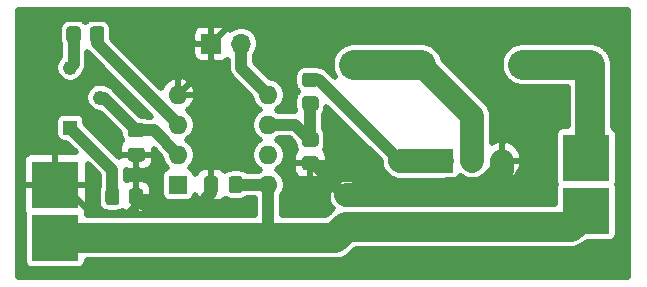
<source format=gbr>
%TF.GenerationSoftware,KiCad,Pcbnew,5.99.0+really5.1.12+dfsg1-1*%
%TF.CreationDate,2022-01-03T14:28:05-08:00*%
%TF.ProjectId,voltage_cuttoff_1s_minimal_parts,766f6c74-6167-4655-9f63-7574746f6666,rev?*%
%TF.SameCoordinates,Original*%
%TF.FileFunction,Copper,L1,Top*%
%TF.FilePolarity,Positive*%
%FSLAX46Y46*%
G04 Gerber Fmt 4.6, Leading zero omitted, Abs format (unit mm)*
G04 Created by KiCad (PCBNEW 5.99.0+really5.1.12+dfsg1-1) date 2022-01-03 14:28:05*
%MOMM*%
%LPD*%
G01*
G04 APERTURE LIST*
%TA.AperFunction,ComponentPad*%
%ADD10R,1.600000X1.600000*%
%TD*%
%TA.AperFunction,ComponentPad*%
%ADD11C,1.600000*%
%TD*%
%TA.AperFunction,ComponentPad*%
%ADD12C,2.500000*%
%TD*%
%TA.AperFunction,SMDPad,CuDef*%
%ADD13R,4.000000X4.000000*%
%TD*%
%TA.AperFunction,ComponentPad*%
%ADD14R,1.700000X1.700000*%
%TD*%
%TA.AperFunction,ComponentPad*%
%ADD15O,1.700000X1.700000*%
%TD*%
%TA.AperFunction,ComponentPad*%
%ADD16R,1.905000X2.000000*%
%TD*%
%TA.AperFunction,ComponentPad*%
%ADD17O,1.905000X2.000000*%
%TD*%
%TA.AperFunction,ComponentPad*%
%ADD18C,1.222000*%
%TD*%
%TA.AperFunction,ComponentPad*%
%ADD19R,1.222000X1.222000*%
%TD*%
%TA.AperFunction,ComponentPad*%
%ADD20O,1.600000X1.600000*%
%TD*%
%TA.AperFunction,Conductor*%
%ADD21C,0.500000*%
%TD*%
%TA.AperFunction,Conductor*%
%ADD22C,2.000000*%
%TD*%
%TA.AperFunction,Conductor*%
%ADD23C,1.000000*%
%TD*%
%TA.AperFunction,Conductor*%
%ADD24C,2.500000*%
%TD*%
%TA.AperFunction,Conductor*%
%ADD25C,0.100000*%
%TD*%
G04 APERTURE END LIST*
%TO.P,R5,2*%
%TO.N,Net-(R4-Pad1)*%
%TA.AperFunction,SMDPad,CuDef*%
G36*
G01*
X151949999Y-103000000D02*
X152850001Y-103000000D01*
G75*
G02*
X153100000Y-103249999I0J-249999D01*
G01*
X153100000Y-103950001D01*
G75*
G02*
X152850001Y-104200000I-249999J0D01*
G01*
X151949999Y-104200000D01*
G75*
G02*
X151700000Y-103950001I0J249999D01*
G01*
X151700000Y-103249999D01*
G75*
G02*
X151949999Y-103000000I249999J0D01*
G01*
G37*
%TD.AperFunction*%
%TO.P,R5,1*%
%TO.N,Net-(Q1-Pad1)*%
%TA.AperFunction,SMDPad,CuDef*%
G36*
G01*
X151949999Y-101000000D02*
X152850001Y-101000000D01*
G75*
G02*
X153100000Y-101249999I0J-249999D01*
G01*
X153100000Y-101950001D01*
G75*
G02*
X152850001Y-102200000I-249999J0D01*
G01*
X151949999Y-102200000D01*
G75*
G02*
X151700000Y-101950001I0J249999D01*
G01*
X151700000Y-101249999D01*
G75*
G02*
X151949999Y-101000000I249999J0D01*
G01*
G37*
%TD.AperFunction*%
%TD*%
%TO.P,C1,2*%
%TO.N,GND*%
%TA.AperFunction,SMDPad,CuDef*%
G36*
G01*
X144587500Y-110015000D02*
X144587500Y-110965000D01*
G75*
G02*
X144337500Y-111215000I-250000J0D01*
G01*
X143662500Y-111215000D01*
G75*
G02*
X143412500Y-110965000I0J250000D01*
G01*
X143412500Y-110015000D01*
G75*
G02*
X143662500Y-109765000I250000J0D01*
G01*
X144337500Y-109765000D01*
G75*
G02*
X144587500Y-110015000I0J-250000D01*
G01*
G37*
%TD.AperFunction*%
%TO.P,C1,1*%
%TO.N,Net-(C1-Pad1)*%
%TA.AperFunction,SMDPad,CuDef*%
G36*
G01*
X146662500Y-110015000D02*
X146662500Y-110965000D01*
G75*
G02*
X146412500Y-111215000I-250000J0D01*
G01*
X145737500Y-111215000D01*
G75*
G02*
X145487500Y-110965000I0J250000D01*
G01*
X145487500Y-110015000D01*
G75*
G02*
X145737500Y-109765000I250000J0D01*
G01*
X146412500Y-109765000D01*
G75*
G02*
X146662500Y-110015000I0J-250000D01*
G01*
G37*
%TD.AperFunction*%
%TD*%
%TO.P,C2,1*%
%TO.N,Net-(C2-Pad1)*%
%TA.AperFunction,SMDPad,CuDef*%
G36*
G01*
X137193000Y-105287500D02*
X138143000Y-105287500D01*
G75*
G02*
X138393000Y-105537500I0J-250000D01*
G01*
X138393000Y-106212500D01*
G75*
G02*
X138143000Y-106462500I-250000J0D01*
G01*
X137193000Y-106462500D01*
G75*
G02*
X136943000Y-106212500I0J250000D01*
G01*
X136943000Y-105537500D01*
G75*
G02*
X137193000Y-105287500I250000J0D01*
G01*
G37*
%TD.AperFunction*%
%TO.P,C2,2*%
%TO.N,GND*%
%TA.AperFunction,SMDPad,CuDef*%
G36*
G01*
X137193000Y-107362500D02*
X138143000Y-107362500D01*
G75*
G02*
X138393000Y-107612500I0J-250000D01*
G01*
X138393000Y-108287500D01*
G75*
G02*
X138143000Y-108537500I-250000J0D01*
G01*
X137193000Y-108537500D01*
G75*
G02*
X136943000Y-108287500I0J250000D01*
G01*
X136943000Y-107612500D01*
G75*
G02*
X137193000Y-107362500I250000J0D01*
G01*
G37*
%TD.AperFunction*%
%TD*%
D10*
%TO.P,C3,1*%
%TO.N,Net-(C1-Pad1)*%
X155448000Y-114046000D03*
D11*
%TO.P,C3,2*%
%TO.N,GND*%
X155448000Y-111546000D03*
%TD*%
D12*
%TO.P,F1,1*%
%TO.N,Net-(F1-Pad1)*%
X156098000Y-100330000D03*
X161798000Y-100330000D03*
%TO.P,F1,2*%
%TO.N,Net-(F1-Pad2)*%
X170398000Y-100330000D03*
X176098000Y-100330000D03*
%TD*%
D13*
%TO.P,J1,1*%
%TO.N,Net-(C1-Pad1)*%
X130810000Y-114990000D03*
%TO.P,J1,2*%
%TO.N,GND*%
X130810000Y-110490000D03*
%TD*%
D14*
%TO.P,J2,1*%
%TO.N,GND*%
X144018000Y-98552000D03*
D15*
%TO.P,J2,2*%
%TO.N,Net-(J2-Pad2)*%
X146558000Y-98552000D03*
%TD*%
D13*
%TO.P,J3,2*%
%TO.N,Net-(C1-Pad1)*%
X175768000Y-112704000D03*
%TO.P,J3,1*%
%TO.N,Net-(F1-Pad2)*%
X175768000Y-108204000D03*
%TD*%
D16*
%TO.P,Q1,1*%
%TO.N,Net-(Q1-Pad1)*%
X163576000Y-108458000D03*
D17*
%TO.P,Q1,2*%
%TO.N,Net-(F1-Pad1)*%
X166116000Y-108458000D03*
%TO.P,Q1,3*%
%TO.N,GND*%
X168656000Y-108458000D03*
%TD*%
%TO.P,R1,1*%
%TO.N,Net-(R1-Pad1)*%
%TA.AperFunction,SMDPad,CuDef*%
G36*
G01*
X134950000Y-97339999D02*
X134950000Y-98240001D01*
G75*
G02*
X134700001Y-98490000I-249999J0D01*
G01*
X133999999Y-98490000D01*
G75*
G02*
X133750000Y-98240001I0J249999D01*
G01*
X133750000Y-97339999D01*
G75*
G02*
X133999999Y-97090000I249999J0D01*
G01*
X134700001Y-97090000D01*
G75*
G02*
X134950000Y-97339999I0J-249999D01*
G01*
G37*
%TD.AperFunction*%
%TO.P,R1,2*%
%TO.N,Net-(R1-Pad2)*%
%TA.AperFunction,SMDPad,CuDef*%
G36*
G01*
X132950000Y-97339999D02*
X132950000Y-98240001D01*
G75*
G02*
X132700001Y-98490000I-249999J0D01*
G01*
X131999999Y-98490000D01*
G75*
G02*
X131750000Y-98240001I0J249999D01*
G01*
X131750000Y-97339999D01*
G75*
G02*
X131999999Y-97090000I249999J0D01*
G01*
X132700001Y-97090000D01*
G75*
G02*
X132950000Y-97339999I0J-249999D01*
G01*
G37*
%TD.AperFunction*%
%TD*%
%TO.P,R2,2*%
%TO.N,GND*%
%TA.AperFunction,SMDPad,CuDef*%
G36*
G01*
X137036000Y-111956001D02*
X137036000Y-111055999D01*
G75*
G02*
X137285999Y-110806000I249999J0D01*
G01*
X137986001Y-110806000D01*
G75*
G02*
X138236000Y-111055999I0J-249999D01*
G01*
X138236000Y-111956001D01*
G75*
G02*
X137986001Y-112206000I-249999J0D01*
G01*
X137285999Y-112206000D01*
G75*
G02*
X137036000Y-111956001I0J249999D01*
G01*
G37*
%TD.AperFunction*%
%TO.P,R2,1*%
%TO.N,Net-(R2-Pad1)*%
%TA.AperFunction,SMDPad,CuDef*%
G36*
G01*
X135036000Y-111956001D02*
X135036000Y-111055999D01*
G75*
G02*
X135285999Y-110806000I249999J0D01*
G01*
X135986001Y-110806000D01*
G75*
G02*
X136236000Y-111055999I0J-249999D01*
G01*
X136236000Y-111956001D01*
G75*
G02*
X135986001Y-112206000I-249999J0D01*
G01*
X135285999Y-112206000D01*
G75*
G02*
X135036000Y-111956001I0J249999D01*
G01*
G37*
%TD.AperFunction*%
%TD*%
%TO.P,R4,1*%
%TO.N,Net-(R4-Pad1)*%
%TA.AperFunction,SMDPad,CuDef*%
G36*
G01*
X151949999Y-106080000D02*
X152850001Y-106080000D01*
G75*
G02*
X153100000Y-106329999I0J-249999D01*
G01*
X153100000Y-107030001D01*
G75*
G02*
X152850001Y-107280000I-249999J0D01*
G01*
X151949999Y-107280000D01*
G75*
G02*
X151700000Y-107030001I0J249999D01*
G01*
X151700000Y-106329999D01*
G75*
G02*
X151949999Y-106080000I249999J0D01*
G01*
G37*
%TD.AperFunction*%
%TO.P,R4,2*%
%TO.N,GND*%
%TA.AperFunction,SMDPad,CuDef*%
G36*
G01*
X151949999Y-108080000D02*
X152850001Y-108080000D01*
G75*
G02*
X153100000Y-108329999I0J-249999D01*
G01*
X153100000Y-109030001D01*
G75*
G02*
X152850001Y-109280000I-249999J0D01*
G01*
X151949999Y-109280000D01*
G75*
G02*
X151700000Y-109030001I0J249999D01*
G01*
X151700000Y-108329999D01*
G75*
G02*
X151949999Y-108080000I249999J0D01*
G01*
G37*
%TD.AperFunction*%
%TD*%
D18*
%TO.P,RV1,3*%
%TO.N,Net-(R1-Pad2)*%
X132080000Y-100584000D03*
%TO.P,RV1,2*%
%TO.N,Net-(C2-Pad1)*%
X134620000Y-103124000D03*
D19*
%TO.P,RV1,1*%
%TO.N,Net-(R2-Pad1)*%
X132080000Y-105664000D03*
%TD*%
D10*
%TO.P,U1,1*%
%TO.N,Net-(U1-Pad1)*%
X141224000Y-110490000D03*
D20*
%TO.P,U1,5*%
%TO.N,Net-(J2-Pad2)*%
X148844000Y-102870000D03*
%TO.P,U1,2*%
%TO.N,Net-(C2-Pad1)*%
X141224000Y-107950000D03*
%TO.P,U1,6*%
%TO.N,Net-(R4-Pad1)*%
X148844000Y-105410000D03*
%TO.P,U1,3*%
%TO.N,Net-(R1-Pad1)*%
X141224000Y-105410000D03*
%TO.P,U1,7*%
%TO.N,Net-(U1-Pad7)*%
X148844000Y-107950000D03*
%TO.P,U1,4*%
%TO.N,GND*%
X141224000Y-102870000D03*
%TO.P,U1,8*%
%TO.N,Net-(C1-Pad1)*%
X148844000Y-110490000D03*
%TD*%
D21*
%TO.N,GND*%
X137668000Y-111474000D02*
X137636000Y-111506000D01*
X137668000Y-107950000D02*
X137668000Y-111474000D01*
X137636000Y-112206000D02*
X137636000Y-111506000D01*
X136985990Y-112856010D02*
X137636000Y-112206000D01*
X133846012Y-112856010D02*
X136985990Y-112856010D01*
X131480002Y-110490000D02*
X133846012Y-112856010D01*
X130810000Y-110490000D02*
X131480002Y-110490000D01*
D22*
X166572136Y-111395990D02*
X155448000Y-111395990D01*
X168656000Y-109312126D02*
X166572136Y-111395990D01*
X168656000Y-108458000D02*
X168656000Y-109312126D01*
D21*
X168656000Y-104500981D02*
X168656000Y-108458000D01*
X161207018Y-97051999D02*
X168656000Y-104500981D01*
X145518001Y-97051999D02*
X161207018Y-97051999D01*
X144018000Y-98552000D02*
X145518001Y-97051999D01*
X144018000Y-100076000D02*
X141224000Y-102870000D01*
X144018000Y-98552000D02*
X144018000Y-100076000D01*
D23*
X152582000Y-108680000D02*
X155448000Y-111546000D01*
X152400000Y-108680000D02*
X152582000Y-108680000D01*
X144000000Y-111215000D02*
X144000000Y-110490000D01*
X143024999Y-112190001D02*
X144000000Y-111215000D01*
X138320001Y-112190001D02*
X143024999Y-112190001D01*
X137636000Y-111506000D02*
X138320001Y-112190001D01*
D24*
%TO.N,Net-(C1-Pad1)*%
X154504000Y-114990000D02*
X155448000Y-114046000D01*
X149915000Y-114990000D02*
X154504000Y-114990000D01*
X174426000Y-114046000D02*
X175768000Y-112704000D01*
X155448000Y-114046000D02*
X174426000Y-114046000D01*
D23*
X148844000Y-110490000D02*
X148844000Y-113919000D01*
X148844000Y-113919000D02*
X149915000Y-114990000D01*
D24*
X130810000Y-114990000D02*
X149915000Y-114990000D01*
D23*
X148844000Y-110490000D02*
X146075000Y-110490000D01*
%TO.N,Net-(C2-Pad1)*%
X134917000Y-103124000D02*
X137668000Y-105875000D01*
X134620000Y-103124000D02*
X134917000Y-103124000D01*
X139149000Y-105875000D02*
X141224000Y-107950000D01*
X137668000Y-105875000D02*
X139149000Y-105875000D01*
D24*
%TO.N,Net-(F1-Pad1)*%
X156098000Y-100330000D02*
X161798000Y-100330000D01*
D22*
X166116000Y-104648000D02*
X166116000Y-108458000D01*
X161798000Y-100330000D02*
X166116000Y-104648000D01*
D24*
%TO.N,Net-(F1-Pad2)*%
X176098000Y-107874000D02*
X175768000Y-108204000D01*
X176098000Y-100330000D02*
X176098000Y-107874000D01*
X170398000Y-100330000D02*
X176098000Y-100330000D01*
D23*
%TO.N,Net-(J2-Pad2)*%
X146558000Y-100584000D02*
X148844000Y-102870000D01*
X146558000Y-98552000D02*
X146558000Y-100584000D01*
%TO.N,Net-(Q1-Pad1)*%
X153100000Y-101600000D02*
X160020000Y-108520000D01*
X152400000Y-101600000D02*
X153100000Y-101600000D01*
D22*
X163514000Y-108520000D02*
X163576000Y-108458000D01*
X160020000Y-108520000D02*
X163514000Y-108520000D01*
D23*
%TO.N,Net-(R1-Pad1)*%
X141224000Y-105386002D02*
X141224000Y-105410000D01*
X134350000Y-98512002D02*
X141224000Y-105386002D01*
X134350000Y-97790000D02*
X134350000Y-98512002D01*
%TO.N,Net-(R1-Pad2)*%
X132350000Y-100314000D02*
X132080000Y-100584000D01*
X132350000Y-97790000D02*
X132350000Y-100314000D01*
%TO.N,Net-(R2-Pad1)*%
X135636000Y-109220000D02*
X135636000Y-111506000D01*
X132080000Y-105664000D02*
X135636000Y-109220000D01*
%TO.N,Net-(R4-Pad1)*%
X151130000Y-105410000D02*
X152400000Y-106680000D01*
X148844000Y-105410000D02*
X151130000Y-105410000D01*
X152400000Y-103600000D02*
X152400000Y-106680000D01*
%TD*%
D21*
%TO.N,GND*%
X179325000Y-118325000D02*
X127675000Y-118325000D01*
X127675000Y-112490000D01*
X128048332Y-112490000D01*
X128062967Y-112638594D01*
X128106311Y-112781478D01*
X128166333Y-112893771D01*
X128156855Y-112990000D01*
X128156855Y-116990000D01*
X128169405Y-117117422D01*
X128206573Y-117239948D01*
X128266930Y-117352868D01*
X128348157Y-117451843D01*
X128447132Y-117533070D01*
X128560052Y-117593427D01*
X128682578Y-117630595D01*
X128810000Y-117643145D01*
X132810000Y-117643145D01*
X132937422Y-117630595D01*
X133059948Y-117593427D01*
X133172868Y-117533070D01*
X133271843Y-117451843D01*
X133353070Y-117352868D01*
X133413427Y-117239948D01*
X133450595Y-117117422D01*
X133463145Y-116990000D01*
X133463145Y-116890000D01*
X154410671Y-116890000D01*
X154504000Y-116899192D01*
X154597329Y-116890000D01*
X154597337Y-116890000D01*
X154876465Y-116862508D01*
X155234617Y-116753864D01*
X155564691Y-116577436D01*
X155854003Y-116340003D01*
X155913504Y-116267501D01*
X156235005Y-115946000D01*
X174332671Y-115946000D01*
X174426000Y-115955192D01*
X174519329Y-115946000D01*
X174519337Y-115946000D01*
X174798465Y-115918508D01*
X175156617Y-115809864D01*
X175486691Y-115633436D01*
X175776003Y-115396003D01*
X175807893Y-115357145D01*
X177768000Y-115357145D01*
X177895422Y-115344595D01*
X178017948Y-115307427D01*
X178130868Y-115247070D01*
X178229843Y-115165843D01*
X178311070Y-115066868D01*
X178371427Y-114953948D01*
X178408595Y-114831422D01*
X178421145Y-114704000D01*
X178421145Y-110704000D01*
X178408595Y-110576578D01*
X178371427Y-110454052D01*
X178371399Y-110454000D01*
X178371427Y-110453948D01*
X178408595Y-110331422D01*
X178421145Y-110204000D01*
X178421145Y-106204000D01*
X178408595Y-106076578D01*
X178371427Y-105954052D01*
X178311070Y-105841132D01*
X178229843Y-105742157D01*
X178130868Y-105660930D01*
X178017948Y-105600573D01*
X177998000Y-105594522D01*
X177998000Y-100423337D01*
X178007193Y-100330000D01*
X177998000Y-100236663D01*
X177998000Y-100142866D01*
X177979701Y-100050870D01*
X177970508Y-99957535D01*
X177943283Y-99867786D01*
X177924984Y-99775791D01*
X177889090Y-99689135D01*
X177861864Y-99599383D01*
X177817651Y-99516666D01*
X177781758Y-99430013D01*
X177729651Y-99352029D01*
X177685436Y-99269309D01*
X177625933Y-99196805D01*
X177573826Y-99118821D01*
X177507504Y-99052499D01*
X177448003Y-98979997D01*
X177375501Y-98920496D01*
X177309179Y-98854174D01*
X177231195Y-98802067D01*
X177158691Y-98742564D01*
X177075971Y-98698349D01*
X176997987Y-98646242D01*
X176911334Y-98610349D01*
X176828617Y-98566136D01*
X176738865Y-98538910D01*
X176652209Y-98503016D01*
X176560214Y-98484717D01*
X176470465Y-98457492D01*
X176377130Y-98448299D01*
X176285134Y-98430000D01*
X176191337Y-98430000D01*
X176098000Y-98420807D01*
X176004663Y-98430000D01*
X170210866Y-98430000D01*
X170118870Y-98448299D01*
X170025535Y-98457492D01*
X169935786Y-98484717D01*
X169843791Y-98503016D01*
X169757135Y-98538910D01*
X169667383Y-98566136D01*
X169584666Y-98610349D01*
X169498013Y-98646242D01*
X169420029Y-98698349D01*
X169337309Y-98742564D01*
X169264805Y-98802067D01*
X169186821Y-98854174D01*
X169120499Y-98920496D01*
X169047997Y-98979997D01*
X168988496Y-99052499D01*
X168922174Y-99118821D01*
X168870067Y-99196805D01*
X168810564Y-99269309D01*
X168766349Y-99352029D01*
X168714242Y-99430013D01*
X168678349Y-99516666D01*
X168634136Y-99599383D01*
X168606910Y-99689135D01*
X168571016Y-99775791D01*
X168552717Y-99867786D01*
X168525492Y-99957535D01*
X168516299Y-100050870D01*
X168498000Y-100142866D01*
X168498000Y-100236663D01*
X168488807Y-100330000D01*
X168498000Y-100423337D01*
X168498000Y-100517134D01*
X168516299Y-100609130D01*
X168525492Y-100702465D01*
X168552717Y-100792214D01*
X168571016Y-100884209D01*
X168606910Y-100970865D01*
X168634136Y-101060617D01*
X168678349Y-101143334D01*
X168714242Y-101229987D01*
X168766349Y-101307971D01*
X168810564Y-101390691D01*
X168870067Y-101463195D01*
X168922174Y-101541179D01*
X168988496Y-101607501D01*
X169047997Y-101680003D01*
X169120499Y-101739504D01*
X169186821Y-101805826D01*
X169264805Y-101857933D01*
X169337309Y-101917436D01*
X169420029Y-101961651D01*
X169498013Y-102013758D01*
X169584666Y-102049651D01*
X169667383Y-102093864D01*
X169757135Y-102121090D01*
X169843791Y-102156984D01*
X169935786Y-102175283D01*
X170025535Y-102202508D01*
X170118870Y-102211701D01*
X170210866Y-102230000D01*
X174198000Y-102230000D01*
X174198001Y-105550855D01*
X173768000Y-105550855D01*
X173640578Y-105563405D01*
X173518052Y-105600573D01*
X173405132Y-105660930D01*
X173306157Y-105742157D01*
X173224930Y-105841132D01*
X173164573Y-105954052D01*
X173127405Y-106076578D01*
X173114855Y-106204000D01*
X173114855Y-110204000D01*
X173127405Y-110331422D01*
X173164573Y-110453948D01*
X173164601Y-110454000D01*
X173164573Y-110454052D01*
X173127405Y-110576578D01*
X173114855Y-110704000D01*
X173114855Y-112146000D01*
X156889214Y-112146000D01*
X156971211Y-111907577D01*
X157012483Y-111603466D01*
X156993633Y-111297146D01*
X156915385Y-111000389D01*
X156780746Y-110724601D01*
X156716894Y-110629039D01*
X156423830Y-110575827D01*
X155453657Y-111546000D01*
X155467799Y-111560142D01*
X155462142Y-111565799D01*
X155448000Y-111551657D01*
X155433858Y-111565799D01*
X155428201Y-111560142D01*
X155442343Y-111546000D01*
X154472170Y-110575827D01*
X154179106Y-110629039D01*
X154024598Y-110894207D01*
X153924789Y-111184423D01*
X153883517Y-111488534D01*
X153902367Y-111794854D01*
X153980615Y-112091611D01*
X154115254Y-112367399D01*
X154179106Y-112462961D01*
X154345203Y-112493119D01*
X154097997Y-112695997D01*
X154038498Y-112768497D01*
X153716995Y-113090000D01*
X149994000Y-113090000D01*
X149994000Y-111378835D01*
X150128973Y-111176833D01*
X150238277Y-110912949D01*
X150294000Y-110632813D01*
X150294000Y-110570170D01*
X154477827Y-110570170D01*
X155448000Y-111540343D01*
X156418173Y-110570170D01*
X156364961Y-110277106D01*
X156099793Y-110122598D01*
X155809577Y-110022789D01*
X155505466Y-109981517D01*
X155199146Y-110000367D01*
X154902389Y-110078615D01*
X154626601Y-110213254D01*
X154531039Y-110277106D01*
X154477827Y-110570170D01*
X150294000Y-110570170D01*
X150294000Y-110347187D01*
X150238277Y-110067051D01*
X150128973Y-109803167D01*
X149970289Y-109565679D01*
X149768321Y-109363711D01*
X149643039Y-109280000D01*
X150938332Y-109280000D01*
X150952967Y-109428594D01*
X150996311Y-109571478D01*
X151066696Y-109703160D01*
X151161419Y-109818581D01*
X151276840Y-109913304D01*
X151408522Y-109983689D01*
X151551406Y-110027033D01*
X151700000Y-110041668D01*
X152206500Y-110038000D01*
X152396000Y-109848500D01*
X152396000Y-108684000D01*
X152404000Y-108684000D01*
X152404000Y-109848500D01*
X152593500Y-110038000D01*
X153100000Y-110041668D01*
X153248594Y-110027033D01*
X153391478Y-109983689D01*
X153523160Y-109913304D01*
X153638581Y-109818581D01*
X153733304Y-109703160D01*
X153803689Y-109571478D01*
X153847033Y-109428594D01*
X153861668Y-109280000D01*
X153858000Y-108873500D01*
X153668500Y-108684000D01*
X152404000Y-108684000D01*
X152396000Y-108684000D01*
X151131500Y-108684000D01*
X150942000Y-108873500D01*
X150938332Y-109280000D01*
X149643039Y-109280000D01*
X149553242Y-109220000D01*
X149768321Y-109076289D01*
X149970289Y-108874321D01*
X150128973Y-108636833D01*
X150238277Y-108372949D01*
X150294000Y-108092813D01*
X150294000Y-107807187D01*
X150238277Y-107527051D01*
X150128973Y-107263167D01*
X149970289Y-107025679D01*
X149768321Y-106823711D01*
X149553242Y-106680000D01*
X149732835Y-106560000D01*
X150653655Y-106560000D01*
X151046855Y-106953200D01*
X151046855Y-107030001D01*
X151064209Y-107206196D01*
X151115603Y-107375619D01*
X151191173Y-107517001D01*
X151161419Y-107541419D01*
X151066696Y-107656840D01*
X150996311Y-107788522D01*
X150952967Y-107931406D01*
X150938332Y-108080000D01*
X150942000Y-108486500D01*
X151131500Y-108676000D01*
X152396000Y-108676000D01*
X152396000Y-108656000D01*
X152404000Y-108656000D01*
X152404000Y-108676000D01*
X153668500Y-108676000D01*
X153858000Y-108486500D01*
X153861668Y-108080000D01*
X153847033Y-107931406D01*
X153803689Y-107788522D01*
X153733304Y-107656840D01*
X153638581Y-107541419D01*
X153608827Y-107517001D01*
X153684397Y-107375619D01*
X153735791Y-107206196D01*
X153753145Y-107030001D01*
X153753145Y-106329999D01*
X153735791Y-106153804D01*
X153684397Y-105984381D01*
X153600938Y-105828239D01*
X153550000Y-105766171D01*
X153550000Y-104513829D01*
X153600938Y-104451761D01*
X153684397Y-104295619D01*
X153735791Y-104126196D01*
X153753145Y-103950001D01*
X153753145Y-103879489D01*
X158364854Y-108491199D01*
X158362017Y-108520000D01*
X158393875Y-108843456D01*
X158488223Y-109154483D01*
X158641438Y-109441126D01*
X158847629Y-109692371D01*
X159098874Y-109898562D01*
X159385517Y-110051777D01*
X159696544Y-110146125D01*
X159938948Y-110170000D01*
X163432958Y-110170000D01*
X163514000Y-110177982D01*
X163595042Y-110170000D01*
X163595052Y-110170000D01*
X163837456Y-110146125D01*
X163952771Y-110111145D01*
X164528500Y-110111145D01*
X164655922Y-110098595D01*
X164778448Y-110061427D01*
X164891368Y-110001070D01*
X164990343Y-109919843D01*
X165071570Y-109820868D01*
X165103336Y-109761438D01*
X165194875Y-109836562D01*
X165481518Y-109989777D01*
X165792545Y-110084125D01*
X166116000Y-110115983D01*
X166439456Y-110084125D01*
X166750483Y-109989777D01*
X167037126Y-109836562D01*
X167288371Y-109630371D01*
X167332680Y-109576380D01*
X167449323Y-109717834D01*
X167709024Y-109929950D01*
X168005116Y-110087325D01*
X168326221Y-110183912D01*
X168384469Y-110194310D01*
X168652000Y-110026495D01*
X168652000Y-108462000D01*
X168660000Y-108462000D01*
X168660000Y-110026495D01*
X168927531Y-110194310D01*
X168985779Y-110183912D01*
X169306884Y-110087325D01*
X169602976Y-109929950D01*
X169862677Y-109717834D01*
X170076006Y-109459128D01*
X170234765Y-109163775D01*
X170332853Y-108843125D01*
X170366500Y-108509500D01*
X170366500Y-108462000D01*
X168660000Y-108462000D01*
X168652000Y-108462000D01*
X168632000Y-108462000D01*
X168632000Y-108454000D01*
X168652000Y-108454000D01*
X168652000Y-106889505D01*
X168660000Y-106889505D01*
X168660000Y-108454000D01*
X170366500Y-108454000D01*
X170366500Y-108406500D01*
X170332853Y-108072875D01*
X170234765Y-107752225D01*
X170076006Y-107456872D01*
X169862677Y-107198166D01*
X169602976Y-106986050D01*
X169306884Y-106828675D01*
X168985779Y-106732088D01*
X168927531Y-106721690D01*
X168660000Y-106889505D01*
X168652000Y-106889505D01*
X168384469Y-106721690D01*
X168326221Y-106732088D01*
X168005116Y-106828675D01*
X167766000Y-106955767D01*
X167766000Y-104729041D01*
X167773982Y-104647999D01*
X167766000Y-104566957D01*
X167766000Y-104566948D01*
X167742125Y-104324544D01*
X167647777Y-104013517D01*
X167494562Y-103726874D01*
X167288371Y-103475629D01*
X167225413Y-103423961D01*
X163636838Y-99835387D01*
X163624984Y-99775791D01*
X163589090Y-99689135D01*
X163561864Y-99599383D01*
X163517651Y-99516666D01*
X163481758Y-99430013D01*
X163429651Y-99352029D01*
X163385436Y-99269309D01*
X163325933Y-99196805D01*
X163273826Y-99118821D01*
X163207504Y-99052499D01*
X163148003Y-98979997D01*
X163075501Y-98920496D01*
X163009179Y-98854174D01*
X162931195Y-98802067D01*
X162858691Y-98742564D01*
X162775971Y-98698349D01*
X162697987Y-98646242D01*
X162611334Y-98610349D01*
X162528617Y-98566136D01*
X162438865Y-98538910D01*
X162352209Y-98503016D01*
X162260214Y-98484717D01*
X162170465Y-98457492D01*
X162077130Y-98448299D01*
X161985134Y-98430000D01*
X155910866Y-98430000D01*
X155818870Y-98448299D01*
X155725535Y-98457492D01*
X155635786Y-98484717D01*
X155543791Y-98503016D01*
X155457135Y-98538910D01*
X155367383Y-98566136D01*
X155284666Y-98610349D01*
X155198013Y-98646242D01*
X155120029Y-98698349D01*
X155037309Y-98742564D01*
X154964805Y-98802067D01*
X154886821Y-98854174D01*
X154820499Y-98920496D01*
X154747997Y-98979997D01*
X154688496Y-99052499D01*
X154622174Y-99118821D01*
X154570067Y-99196805D01*
X154510564Y-99269309D01*
X154466349Y-99352029D01*
X154414242Y-99430013D01*
X154378349Y-99516666D01*
X154334136Y-99599383D01*
X154306910Y-99689135D01*
X154271016Y-99775791D01*
X154252717Y-99867786D01*
X154225492Y-99957535D01*
X154216299Y-100050870D01*
X154198000Y-100142866D01*
X154198000Y-100236663D01*
X154188807Y-100330000D01*
X154198000Y-100423337D01*
X154198000Y-100517134D01*
X154216299Y-100609130D01*
X154225492Y-100702465D01*
X154252717Y-100792214D01*
X154271016Y-100884209D01*
X154306910Y-100970865D01*
X154334136Y-101060617D01*
X154378349Y-101143334D01*
X154414242Y-101229987D01*
X154466349Y-101307971D01*
X154503133Y-101376789D01*
X153953125Y-100826781D01*
X153917107Y-100782893D01*
X153741997Y-100639184D01*
X153542215Y-100532398D01*
X153325439Y-100466640D01*
X153283347Y-100462494D01*
X153195619Y-100415603D01*
X153026196Y-100364209D01*
X152850001Y-100346855D01*
X151949999Y-100346855D01*
X151773804Y-100364209D01*
X151604381Y-100415603D01*
X151448239Y-100499062D01*
X151311380Y-100611380D01*
X151199062Y-100748239D01*
X151115603Y-100904381D01*
X151064209Y-101073804D01*
X151046855Y-101249999D01*
X151046855Y-101950001D01*
X151064209Y-102126196D01*
X151115603Y-102295619D01*
X151199062Y-102451761D01*
X151311380Y-102588620D01*
X151325246Y-102600000D01*
X151311380Y-102611380D01*
X151199062Y-102748239D01*
X151115603Y-102904381D01*
X151064209Y-103073804D01*
X151046855Y-103249999D01*
X151046855Y-103950001D01*
X151064209Y-104126196D01*
X151103891Y-104257009D01*
X151073518Y-104260000D01*
X149732835Y-104260000D01*
X149553242Y-104140000D01*
X149768321Y-103996289D01*
X149970289Y-103794321D01*
X150128973Y-103556833D01*
X150238277Y-103292949D01*
X150294000Y-103012813D01*
X150294000Y-102727187D01*
X150238277Y-102447051D01*
X150128973Y-102183167D01*
X149970289Y-101945679D01*
X149768321Y-101743711D01*
X149530833Y-101585027D01*
X149266949Y-101475723D01*
X149028672Y-101428326D01*
X147708000Y-100107656D01*
X147708000Y-99523320D01*
X147723126Y-99508194D01*
X147887283Y-99262517D01*
X148000356Y-98989534D01*
X148058000Y-98699737D01*
X148058000Y-98404263D01*
X148000356Y-98114466D01*
X147887283Y-97841483D01*
X147723126Y-97595806D01*
X147514194Y-97386874D01*
X147268517Y-97222717D01*
X146995534Y-97109644D01*
X146705737Y-97052000D01*
X146410263Y-97052000D01*
X146120466Y-97109644D01*
X145847483Y-97222717D01*
X145601806Y-97386874D01*
X145573195Y-97415485D01*
X145571689Y-97410522D01*
X145501304Y-97278840D01*
X145406581Y-97163419D01*
X145291160Y-97068696D01*
X145159478Y-96998311D01*
X145016594Y-96954967D01*
X144868000Y-96940332D01*
X144211500Y-96944000D01*
X144022000Y-97133500D01*
X144022000Y-98548000D01*
X144042000Y-98548000D01*
X144042000Y-98556000D01*
X144022000Y-98556000D01*
X144022000Y-99970500D01*
X144211500Y-100160000D01*
X144868000Y-100163668D01*
X145016594Y-100149033D01*
X145159478Y-100105689D01*
X145291160Y-100035304D01*
X145406581Y-99940581D01*
X145408001Y-99938851D01*
X145408001Y-100527509D01*
X145402437Y-100584000D01*
X145408001Y-100640492D01*
X145424641Y-100809439D01*
X145490399Y-101026215D01*
X145597185Y-101225997D01*
X145740894Y-101401107D01*
X145784774Y-101437118D01*
X147402326Y-103054672D01*
X147449723Y-103292949D01*
X147559027Y-103556833D01*
X147717711Y-103794321D01*
X147919679Y-103996289D01*
X148134758Y-104140000D01*
X147919679Y-104283711D01*
X147717711Y-104485679D01*
X147559027Y-104723167D01*
X147449723Y-104987051D01*
X147394000Y-105267187D01*
X147394000Y-105552813D01*
X147449723Y-105832949D01*
X147559027Y-106096833D01*
X147717711Y-106334321D01*
X147919679Y-106536289D01*
X148134758Y-106680000D01*
X147919679Y-106823711D01*
X147717711Y-107025679D01*
X147559027Y-107263167D01*
X147449723Y-107527051D01*
X147394000Y-107807187D01*
X147394000Y-108092813D01*
X147449723Y-108372949D01*
X147559027Y-108636833D01*
X147717711Y-108874321D01*
X147919679Y-109076289D01*
X148134758Y-109220000D01*
X147955165Y-109340000D01*
X147006791Y-109340000D01*
X146914260Y-109264062D01*
X146758119Y-109180603D01*
X146588695Y-109129209D01*
X146412500Y-109111855D01*
X145737500Y-109111855D01*
X145561305Y-109129209D01*
X145391881Y-109180603D01*
X145235740Y-109264062D01*
X145188673Y-109302689D01*
X145126081Y-109226419D01*
X145010660Y-109131696D01*
X144878978Y-109061311D01*
X144736094Y-109017967D01*
X144587500Y-109003332D01*
X144193500Y-109007000D01*
X144004000Y-109196500D01*
X144004000Y-110486000D01*
X144024000Y-110486000D01*
X144024000Y-110494000D01*
X144004000Y-110494000D01*
X144004000Y-111783500D01*
X144193500Y-111973000D01*
X144587500Y-111976668D01*
X144736094Y-111962033D01*
X144878978Y-111918689D01*
X145010660Y-111848304D01*
X145126081Y-111753581D01*
X145188673Y-111677311D01*
X145235740Y-111715938D01*
X145391881Y-111799397D01*
X145561305Y-111850791D01*
X145737500Y-111868145D01*
X146412500Y-111868145D01*
X146588695Y-111850791D01*
X146758119Y-111799397D01*
X146914260Y-111715938D01*
X147006791Y-111640000D01*
X147694000Y-111640000D01*
X147694001Y-113090000D01*
X133463145Y-113090000D01*
X133463145Y-112990000D01*
X133453667Y-112893771D01*
X133513689Y-112781478D01*
X133557033Y-112638594D01*
X133571668Y-112490000D01*
X133568000Y-110683500D01*
X133378500Y-110494000D01*
X130814000Y-110494000D01*
X130814000Y-110514000D01*
X130806000Y-110514000D01*
X130806000Y-110494000D01*
X128241500Y-110494000D01*
X128052000Y-110683500D01*
X128048332Y-112490000D01*
X127675000Y-112490000D01*
X127675000Y-108490000D01*
X128048332Y-108490000D01*
X128052000Y-110296500D01*
X128241500Y-110486000D01*
X130806000Y-110486000D01*
X130806000Y-107921500D01*
X130814000Y-107921500D01*
X130814000Y-110486000D01*
X133378500Y-110486000D01*
X133568000Y-110296500D01*
X133571076Y-108781422D01*
X134486000Y-109696346D01*
X134486001Y-110646027D01*
X134451603Y-110710381D01*
X134400209Y-110879804D01*
X134382855Y-111055999D01*
X134382855Y-111956001D01*
X134400209Y-112132196D01*
X134451603Y-112301619D01*
X134535062Y-112457761D01*
X134647380Y-112594620D01*
X134784239Y-112706938D01*
X134940381Y-112790397D01*
X135109804Y-112841791D01*
X135285999Y-112859145D01*
X135986001Y-112859145D01*
X136162196Y-112841791D01*
X136331619Y-112790397D01*
X136473001Y-112714827D01*
X136497419Y-112744581D01*
X136612840Y-112839304D01*
X136744522Y-112909689D01*
X136887406Y-112953033D01*
X137036000Y-112967668D01*
X137442500Y-112964000D01*
X137632000Y-112774500D01*
X137632000Y-111510000D01*
X137640000Y-111510000D01*
X137640000Y-112774500D01*
X137829500Y-112964000D01*
X138236000Y-112967668D01*
X138384594Y-112953033D01*
X138527478Y-112909689D01*
X138659160Y-112839304D01*
X138774581Y-112744581D01*
X138869304Y-112629160D01*
X138939689Y-112497478D01*
X138983033Y-112354594D01*
X138997668Y-112206000D01*
X138994000Y-111699500D01*
X138804500Y-111510000D01*
X137640000Y-111510000D01*
X137632000Y-111510000D01*
X137612000Y-111510000D01*
X137612000Y-111502000D01*
X137632000Y-111502000D01*
X137632000Y-110237500D01*
X137640000Y-110237500D01*
X137640000Y-111502000D01*
X138804500Y-111502000D01*
X138994000Y-111312500D01*
X138997668Y-110806000D01*
X138983033Y-110657406D01*
X138939689Y-110514522D01*
X138869304Y-110382840D01*
X138774581Y-110267419D01*
X138659160Y-110172696D01*
X138527478Y-110102311D01*
X138384594Y-110058967D01*
X138236000Y-110044332D01*
X137829500Y-110048000D01*
X137640000Y-110237500D01*
X137632000Y-110237500D01*
X137442500Y-110048000D01*
X137036000Y-110044332D01*
X136887406Y-110058967D01*
X136786000Y-110089729D01*
X136786000Y-109281983D01*
X136794406Y-109284533D01*
X136943000Y-109299168D01*
X137474500Y-109295500D01*
X137664000Y-109106000D01*
X137664000Y-107954000D01*
X137672000Y-107954000D01*
X137672000Y-109106000D01*
X137861500Y-109295500D01*
X138393000Y-109299168D01*
X138541594Y-109284533D01*
X138684478Y-109241189D01*
X138816160Y-109170804D01*
X138931581Y-109076081D01*
X139026304Y-108960660D01*
X139096689Y-108828978D01*
X139140033Y-108686094D01*
X139154668Y-108537500D01*
X139151000Y-108143500D01*
X138961500Y-107954000D01*
X137672000Y-107954000D01*
X137664000Y-107954000D01*
X136374500Y-107954000D01*
X136185423Y-108143077D01*
X133344145Y-105301801D01*
X133344145Y-105053000D01*
X133331595Y-104925578D01*
X133294427Y-104803052D01*
X133234070Y-104690132D01*
X133152843Y-104591157D01*
X133053868Y-104509930D01*
X132940948Y-104449573D01*
X132818422Y-104412405D01*
X132691000Y-104399855D01*
X131469000Y-104399855D01*
X131341578Y-104412405D01*
X131219052Y-104449573D01*
X131106132Y-104509930D01*
X131007157Y-104591157D01*
X130925930Y-104690132D01*
X130865573Y-104803052D01*
X130828405Y-104925578D01*
X130815855Y-105053000D01*
X130815855Y-106275000D01*
X130828405Y-106402422D01*
X130865573Y-106524948D01*
X130925930Y-106637868D01*
X131007157Y-106736843D01*
X131106132Y-106818070D01*
X131219052Y-106878427D01*
X131341578Y-106915595D01*
X131469000Y-106928145D01*
X131717801Y-106928145D01*
X132518579Y-107728924D01*
X131003500Y-107732000D01*
X130814000Y-107921500D01*
X130806000Y-107921500D01*
X130616500Y-107732000D01*
X128810000Y-107728332D01*
X128661406Y-107742967D01*
X128518522Y-107786311D01*
X128386840Y-107856696D01*
X128271419Y-107951419D01*
X128176696Y-108066840D01*
X128106311Y-108198522D01*
X128062967Y-108341406D01*
X128048332Y-108490000D01*
X127675000Y-108490000D01*
X127675000Y-100459802D01*
X130819000Y-100459802D01*
X130819000Y-100708198D01*
X130867460Y-100951820D01*
X130962517Y-101181307D01*
X131100518Y-101387840D01*
X131276160Y-101563482D01*
X131482693Y-101701483D01*
X131712180Y-101796540D01*
X131955802Y-101845000D01*
X132204198Y-101845000D01*
X132447820Y-101796540D01*
X132677307Y-101701483D01*
X132883840Y-101563482D01*
X133059482Y-101387840D01*
X133197483Y-101181307D01*
X133270422Y-101005217D01*
X133310816Y-100955997D01*
X133417602Y-100756215D01*
X133483360Y-100539439D01*
X133500000Y-100370492D01*
X133505564Y-100314000D01*
X133500000Y-100257508D01*
X133500000Y-99289028D01*
X133532894Y-99329109D01*
X133576776Y-99365122D01*
X138936653Y-104725000D01*
X138529585Y-104725000D01*
X138488619Y-104703103D01*
X138319195Y-104651709D01*
X138143000Y-104634355D01*
X138053701Y-104634355D01*
X135770124Y-102350780D01*
X135734107Y-102306893D01*
X135558997Y-102163184D01*
X135359215Y-102056398D01*
X135236038Y-102019033D01*
X135217307Y-102006517D01*
X134987820Y-101911460D01*
X134744198Y-101863000D01*
X134495802Y-101863000D01*
X134252180Y-101911460D01*
X134022693Y-102006517D01*
X133816160Y-102144518D01*
X133640518Y-102320160D01*
X133502517Y-102526693D01*
X133407460Y-102756180D01*
X133359000Y-102999802D01*
X133359000Y-103248198D01*
X133407460Y-103491820D01*
X133502517Y-103721307D01*
X133640518Y-103927840D01*
X133816160Y-104103482D01*
X134022693Y-104241483D01*
X134252180Y-104336540D01*
X134495802Y-104385000D01*
X134551656Y-104385000D01*
X136289855Y-106123201D01*
X136289855Y-106212500D01*
X136307209Y-106388695D01*
X136358603Y-106558119D01*
X136442062Y-106714260D01*
X136480689Y-106761327D01*
X136404419Y-106823919D01*
X136309696Y-106939340D01*
X136239311Y-107071022D01*
X136195967Y-107213906D01*
X136181332Y-107362500D01*
X136185000Y-107756500D01*
X136374500Y-107946000D01*
X137664000Y-107946000D01*
X137664000Y-107926000D01*
X137672000Y-107926000D01*
X137672000Y-107946000D01*
X138961500Y-107946000D01*
X139151000Y-107756500D01*
X139153335Y-107505680D01*
X139782326Y-108134672D01*
X139829723Y-108372949D01*
X139939027Y-108636833D01*
X140097711Y-108874321D01*
X140278330Y-109054940D01*
X140174052Y-109086573D01*
X140061132Y-109146930D01*
X139962157Y-109228157D01*
X139880930Y-109327132D01*
X139820573Y-109440052D01*
X139783405Y-109562578D01*
X139770855Y-109690000D01*
X139770855Y-111290000D01*
X139783405Y-111417422D01*
X139820573Y-111539948D01*
X139880930Y-111652868D01*
X139962157Y-111751843D01*
X140061132Y-111833070D01*
X140174052Y-111893427D01*
X140296578Y-111930595D01*
X140424000Y-111943145D01*
X142024000Y-111943145D01*
X142151422Y-111930595D01*
X142273948Y-111893427D01*
X142386868Y-111833070D01*
X142485843Y-111751843D01*
X142567070Y-111652868D01*
X142627427Y-111539948D01*
X142664595Y-111417422D01*
X142668811Y-111374617D01*
X142708811Y-111506478D01*
X142779196Y-111638160D01*
X142873919Y-111753581D01*
X142989340Y-111848304D01*
X143121022Y-111918689D01*
X143263906Y-111962033D01*
X143412500Y-111976668D01*
X143806500Y-111973000D01*
X143996000Y-111783500D01*
X143996000Y-110494000D01*
X143976000Y-110494000D01*
X143976000Y-110486000D01*
X143996000Y-110486000D01*
X143996000Y-109196500D01*
X143806500Y-109007000D01*
X143412500Y-109003332D01*
X143263906Y-109017967D01*
X143121022Y-109061311D01*
X142989340Y-109131696D01*
X142873919Y-109226419D01*
X142779196Y-109341840D01*
X142708811Y-109473522D01*
X142668811Y-109605383D01*
X142664595Y-109562578D01*
X142627427Y-109440052D01*
X142567070Y-109327132D01*
X142485843Y-109228157D01*
X142386868Y-109146930D01*
X142273948Y-109086573D01*
X142169670Y-109054940D01*
X142350289Y-108874321D01*
X142508973Y-108636833D01*
X142618277Y-108372949D01*
X142674000Y-108092813D01*
X142674000Y-107807187D01*
X142618277Y-107527051D01*
X142508973Y-107263167D01*
X142350289Y-107025679D01*
X142148321Y-106823711D01*
X141933242Y-106680000D01*
X142148321Y-106536289D01*
X142350289Y-106334321D01*
X142508973Y-106096833D01*
X142618277Y-105832949D01*
X142674000Y-105552813D01*
X142674000Y-105267187D01*
X142618277Y-104987051D01*
X142508973Y-104723167D01*
X142350289Y-104485679D01*
X142148321Y-104283711D01*
X142027633Y-104203070D01*
X142041461Y-104196319D01*
X142284506Y-104011355D01*
X142486796Y-103782530D01*
X142640558Y-103518637D01*
X142739882Y-103229817D01*
X142762188Y-103117675D01*
X142592494Y-102874000D01*
X141228000Y-102874000D01*
X141228000Y-102894000D01*
X141220000Y-102894000D01*
X141220000Y-102874000D01*
X141200000Y-102874000D01*
X141200000Y-102866000D01*
X141220000Y-102866000D01*
X141220000Y-101501505D01*
X141228000Y-101501505D01*
X141228000Y-102866000D01*
X142592494Y-102866000D01*
X142762188Y-102622325D01*
X142739882Y-102510183D01*
X142640558Y-102221363D01*
X142486796Y-101957470D01*
X142284506Y-101728645D01*
X142041461Y-101543681D01*
X141767002Y-101409687D01*
X141471675Y-101331812D01*
X141228000Y-101501505D01*
X141220000Y-101501505D01*
X140976325Y-101331812D01*
X140680998Y-101409687D01*
X140406539Y-101543681D01*
X140163494Y-101728645D01*
X139961204Y-101957470D01*
X139807442Y-102221363D01*
X139776290Y-102311948D01*
X136866342Y-99402000D01*
X142406332Y-99402000D01*
X142420967Y-99550594D01*
X142464311Y-99693478D01*
X142534696Y-99825160D01*
X142629419Y-99940581D01*
X142744840Y-100035304D01*
X142876522Y-100105689D01*
X143019406Y-100149033D01*
X143168000Y-100163668D01*
X143824500Y-100160000D01*
X144014000Y-99970500D01*
X144014000Y-98556000D01*
X142599500Y-98556000D01*
X142410000Y-98745500D01*
X142406332Y-99402000D01*
X136866342Y-99402000D01*
X135603145Y-98138803D01*
X135603145Y-97702000D01*
X142406332Y-97702000D01*
X142410000Y-98358500D01*
X142599500Y-98548000D01*
X144014000Y-98548000D01*
X144014000Y-97133500D01*
X143824500Y-96944000D01*
X143168000Y-96940332D01*
X143019406Y-96954967D01*
X142876522Y-96998311D01*
X142744840Y-97068696D01*
X142629419Y-97163419D01*
X142534696Y-97278840D01*
X142464311Y-97410522D01*
X142420967Y-97553406D01*
X142406332Y-97702000D01*
X135603145Y-97702000D01*
X135603145Y-97339999D01*
X135585791Y-97163804D01*
X135534397Y-96994381D01*
X135450938Y-96838239D01*
X135338620Y-96701380D01*
X135201761Y-96589062D01*
X135045619Y-96505603D01*
X134876196Y-96454209D01*
X134700001Y-96436855D01*
X133999999Y-96436855D01*
X133823804Y-96454209D01*
X133654381Y-96505603D01*
X133498239Y-96589062D01*
X133361380Y-96701380D01*
X133350000Y-96715246D01*
X133338620Y-96701380D01*
X133201761Y-96589062D01*
X133045619Y-96505603D01*
X132876196Y-96454209D01*
X132700001Y-96436855D01*
X131999999Y-96436855D01*
X131823804Y-96454209D01*
X131654381Y-96505603D01*
X131498239Y-96589062D01*
X131361380Y-96701380D01*
X131249062Y-96838239D01*
X131165603Y-96994381D01*
X131114209Y-97163804D01*
X131096855Y-97339999D01*
X131096855Y-98240001D01*
X131114209Y-98416196D01*
X131165603Y-98585619D01*
X131200000Y-98649972D01*
X131200001Y-99680677D01*
X131100518Y-99780160D01*
X130962517Y-99986693D01*
X130867460Y-100216180D01*
X130819000Y-100459802D01*
X127675000Y-100459802D01*
X127675000Y-95675000D01*
X179325001Y-95675000D01*
X179325000Y-118325000D01*
%TA.AperFunction,Conductor*%
D25*
G36*
X179325000Y-118325000D02*
G01*
X127675000Y-118325000D01*
X127675000Y-112490000D01*
X128048332Y-112490000D01*
X128062967Y-112638594D01*
X128106311Y-112781478D01*
X128166333Y-112893771D01*
X128156855Y-112990000D01*
X128156855Y-116990000D01*
X128169405Y-117117422D01*
X128206573Y-117239948D01*
X128266930Y-117352868D01*
X128348157Y-117451843D01*
X128447132Y-117533070D01*
X128560052Y-117593427D01*
X128682578Y-117630595D01*
X128810000Y-117643145D01*
X132810000Y-117643145D01*
X132937422Y-117630595D01*
X133059948Y-117593427D01*
X133172868Y-117533070D01*
X133271843Y-117451843D01*
X133353070Y-117352868D01*
X133413427Y-117239948D01*
X133450595Y-117117422D01*
X133463145Y-116990000D01*
X133463145Y-116890000D01*
X154410671Y-116890000D01*
X154504000Y-116899192D01*
X154597329Y-116890000D01*
X154597337Y-116890000D01*
X154876465Y-116862508D01*
X155234617Y-116753864D01*
X155564691Y-116577436D01*
X155854003Y-116340003D01*
X155913504Y-116267501D01*
X156235005Y-115946000D01*
X174332671Y-115946000D01*
X174426000Y-115955192D01*
X174519329Y-115946000D01*
X174519337Y-115946000D01*
X174798465Y-115918508D01*
X175156617Y-115809864D01*
X175486691Y-115633436D01*
X175776003Y-115396003D01*
X175807893Y-115357145D01*
X177768000Y-115357145D01*
X177895422Y-115344595D01*
X178017948Y-115307427D01*
X178130868Y-115247070D01*
X178229843Y-115165843D01*
X178311070Y-115066868D01*
X178371427Y-114953948D01*
X178408595Y-114831422D01*
X178421145Y-114704000D01*
X178421145Y-110704000D01*
X178408595Y-110576578D01*
X178371427Y-110454052D01*
X178371399Y-110454000D01*
X178371427Y-110453948D01*
X178408595Y-110331422D01*
X178421145Y-110204000D01*
X178421145Y-106204000D01*
X178408595Y-106076578D01*
X178371427Y-105954052D01*
X178311070Y-105841132D01*
X178229843Y-105742157D01*
X178130868Y-105660930D01*
X178017948Y-105600573D01*
X177998000Y-105594522D01*
X177998000Y-100423337D01*
X178007193Y-100330000D01*
X177998000Y-100236663D01*
X177998000Y-100142866D01*
X177979701Y-100050870D01*
X177970508Y-99957535D01*
X177943283Y-99867786D01*
X177924984Y-99775791D01*
X177889090Y-99689135D01*
X177861864Y-99599383D01*
X177817651Y-99516666D01*
X177781758Y-99430013D01*
X177729651Y-99352029D01*
X177685436Y-99269309D01*
X177625933Y-99196805D01*
X177573826Y-99118821D01*
X177507504Y-99052499D01*
X177448003Y-98979997D01*
X177375501Y-98920496D01*
X177309179Y-98854174D01*
X177231195Y-98802067D01*
X177158691Y-98742564D01*
X177075971Y-98698349D01*
X176997987Y-98646242D01*
X176911334Y-98610349D01*
X176828617Y-98566136D01*
X176738865Y-98538910D01*
X176652209Y-98503016D01*
X176560214Y-98484717D01*
X176470465Y-98457492D01*
X176377130Y-98448299D01*
X176285134Y-98430000D01*
X176191337Y-98430000D01*
X176098000Y-98420807D01*
X176004663Y-98430000D01*
X170210866Y-98430000D01*
X170118870Y-98448299D01*
X170025535Y-98457492D01*
X169935786Y-98484717D01*
X169843791Y-98503016D01*
X169757135Y-98538910D01*
X169667383Y-98566136D01*
X169584666Y-98610349D01*
X169498013Y-98646242D01*
X169420029Y-98698349D01*
X169337309Y-98742564D01*
X169264805Y-98802067D01*
X169186821Y-98854174D01*
X169120499Y-98920496D01*
X169047997Y-98979997D01*
X168988496Y-99052499D01*
X168922174Y-99118821D01*
X168870067Y-99196805D01*
X168810564Y-99269309D01*
X168766349Y-99352029D01*
X168714242Y-99430013D01*
X168678349Y-99516666D01*
X168634136Y-99599383D01*
X168606910Y-99689135D01*
X168571016Y-99775791D01*
X168552717Y-99867786D01*
X168525492Y-99957535D01*
X168516299Y-100050870D01*
X168498000Y-100142866D01*
X168498000Y-100236663D01*
X168488807Y-100330000D01*
X168498000Y-100423337D01*
X168498000Y-100517134D01*
X168516299Y-100609130D01*
X168525492Y-100702465D01*
X168552717Y-100792214D01*
X168571016Y-100884209D01*
X168606910Y-100970865D01*
X168634136Y-101060617D01*
X168678349Y-101143334D01*
X168714242Y-101229987D01*
X168766349Y-101307971D01*
X168810564Y-101390691D01*
X168870067Y-101463195D01*
X168922174Y-101541179D01*
X168988496Y-101607501D01*
X169047997Y-101680003D01*
X169120499Y-101739504D01*
X169186821Y-101805826D01*
X169264805Y-101857933D01*
X169337309Y-101917436D01*
X169420029Y-101961651D01*
X169498013Y-102013758D01*
X169584666Y-102049651D01*
X169667383Y-102093864D01*
X169757135Y-102121090D01*
X169843791Y-102156984D01*
X169935786Y-102175283D01*
X170025535Y-102202508D01*
X170118870Y-102211701D01*
X170210866Y-102230000D01*
X174198000Y-102230000D01*
X174198001Y-105550855D01*
X173768000Y-105550855D01*
X173640578Y-105563405D01*
X173518052Y-105600573D01*
X173405132Y-105660930D01*
X173306157Y-105742157D01*
X173224930Y-105841132D01*
X173164573Y-105954052D01*
X173127405Y-106076578D01*
X173114855Y-106204000D01*
X173114855Y-110204000D01*
X173127405Y-110331422D01*
X173164573Y-110453948D01*
X173164601Y-110454000D01*
X173164573Y-110454052D01*
X173127405Y-110576578D01*
X173114855Y-110704000D01*
X173114855Y-112146000D01*
X156889214Y-112146000D01*
X156971211Y-111907577D01*
X157012483Y-111603466D01*
X156993633Y-111297146D01*
X156915385Y-111000389D01*
X156780746Y-110724601D01*
X156716894Y-110629039D01*
X156423830Y-110575827D01*
X155453657Y-111546000D01*
X155467799Y-111560142D01*
X155462142Y-111565799D01*
X155448000Y-111551657D01*
X155433858Y-111565799D01*
X155428201Y-111560142D01*
X155442343Y-111546000D01*
X154472170Y-110575827D01*
X154179106Y-110629039D01*
X154024598Y-110894207D01*
X153924789Y-111184423D01*
X153883517Y-111488534D01*
X153902367Y-111794854D01*
X153980615Y-112091611D01*
X154115254Y-112367399D01*
X154179106Y-112462961D01*
X154345203Y-112493119D01*
X154097997Y-112695997D01*
X154038498Y-112768497D01*
X153716995Y-113090000D01*
X149994000Y-113090000D01*
X149994000Y-111378835D01*
X150128973Y-111176833D01*
X150238277Y-110912949D01*
X150294000Y-110632813D01*
X150294000Y-110570170D01*
X154477827Y-110570170D01*
X155448000Y-111540343D01*
X156418173Y-110570170D01*
X156364961Y-110277106D01*
X156099793Y-110122598D01*
X155809577Y-110022789D01*
X155505466Y-109981517D01*
X155199146Y-110000367D01*
X154902389Y-110078615D01*
X154626601Y-110213254D01*
X154531039Y-110277106D01*
X154477827Y-110570170D01*
X150294000Y-110570170D01*
X150294000Y-110347187D01*
X150238277Y-110067051D01*
X150128973Y-109803167D01*
X149970289Y-109565679D01*
X149768321Y-109363711D01*
X149643039Y-109280000D01*
X150938332Y-109280000D01*
X150952967Y-109428594D01*
X150996311Y-109571478D01*
X151066696Y-109703160D01*
X151161419Y-109818581D01*
X151276840Y-109913304D01*
X151408522Y-109983689D01*
X151551406Y-110027033D01*
X151700000Y-110041668D01*
X152206500Y-110038000D01*
X152396000Y-109848500D01*
X152396000Y-108684000D01*
X152404000Y-108684000D01*
X152404000Y-109848500D01*
X152593500Y-110038000D01*
X153100000Y-110041668D01*
X153248594Y-110027033D01*
X153391478Y-109983689D01*
X153523160Y-109913304D01*
X153638581Y-109818581D01*
X153733304Y-109703160D01*
X153803689Y-109571478D01*
X153847033Y-109428594D01*
X153861668Y-109280000D01*
X153858000Y-108873500D01*
X153668500Y-108684000D01*
X152404000Y-108684000D01*
X152396000Y-108684000D01*
X151131500Y-108684000D01*
X150942000Y-108873500D01*
X150938332Y-109280000D01*
X149643039Y-109280000D01*
X149553242Y-109220000D01*
X149768321Y-109076289D01*
X149970289Y-108874321D01*
X150128973Y-108636833D01*
X150238277Y-108372949D01*
X150294000Y-108092813D01*
X150294000Y-107807187D01*
X150238277Y-107527051D01*
X150128973Y-107263167D01*
X149970289Y-107025679D01*
X149768321Y-106823711D01*
X149553242Y-106680000D01*
X149732835Y-106560000D01*
X150653655Y-106560000D01*
X151046855Y-106953200D01*
X151046855Y-107030001D01*
X151064209Y-107206196D01*
X151115603Y-107375619D01*
X151191173Y-107517001D01*
X151161419Y-107541419D01*
X151066696Y-107656840D01*
X150996311Y-107788522D01*
X150952967Y-107931406D01*
X150938332Y-108080000D01*
X150942000Y-108486500D01*
X151131500Y-108676000D01*
X152396000Y-108676000D01*
X152396000Y-108656000D01*
X152404000Y-108656000D01*
X152404000Y-108676000D01*
X153668500Y-108676000D01*
X153858000Y-108486500D01*
X153861668Y-108080000D01*
X153847033Y-107931406D01*
X153803689Y-107788522D01*
X153733304Y-107656840D01*
X153638581Y-107541419D01*
X153608827Y-107517001D01*
X153684397Y-107375619D01*
X153735791Y-107206196D01*
X153753145Y-107030001D01*
X153753145Y-106329999D01*
X153735791Y-106153804D01*
X153684397Y-105984381D01*
X153600938Y-105828239D01*
X153550000Y-105766171D01*
X153550000Y-104513829D01*
X153600938Y-104451761D01*
X153684397Y-104295619D01*
X153735791Y-104126196D01*
X153753145Y-103950001D01*
X153753145Y-103879489D01*
X158364854Y-108491199D01*
X158362017Y-108520000D01*
X158393875Y-108843456D01*
X158488223Y-109154483D01*
X158641438Y-109441126D01*
X158847629Y-109692371D01*
X159098874Y-109898562D01*
X159385517Y-110051777D01*
X159696544Y-110146125D01*
X159938948Y-110170000D01*
X163432958Y-110170000D01*
X163514000Y-110177982D01*
X163595042Y-110170000D01*
X163595052Y-110170000D01*
X163837456Y-110146125D01*
X163952771Y-110111145D01*
X164528500Y-110111145D01*
X164655922Y-110098595D01*
X164778448Y-110061427D01*
X164891368Y-110001070D01*
X164990343Y-109919843D01*
X165071570Y-109820868D01*
X165103336Y-109761438D01*
X165194875Y-109836562D01*
X165481518Y-109989777D01*
X165792545Y-110084125D01*
X166116000Y-110115983D01*
X166439456Y-110084125D01*
X166750483Y-109989777D01*
X167037126Y-109836562D01*
X167288371Y-109630371D01*
X167332680Y-109576380D01*
X167449323Y-109717834D01*
X167709024Y-109929950D01*
X168005116Y-110087325D01*
X168326221Y-110183912D01*
X168384469Y-110194310D01*
X168652000Y-110026495D01*
X168652000Y-108462000D01*
X168660000Y-108462000D01*
X168660000Y-110026495D01*
X168927531Y-110194310D01*
X168985779Y-110183912D01*
X169306884Y-110087325D01*
X169602976Y-109929950D01*
X169862677Y-109717834D01*
X170076006Y-109459128D01*
X170234765Y-109163775D01*
X170332853Y-108843125D01*
X170366500Y-108509500D01*
X170366500Y-108462000D01*
X168660000Y-108462000D01*
X168652000Y-108462000D01*
X168632000Y-108462000D01*
X168632000Y-108454000D01*
X168652000Y-108454000D01*
X168652000Y-106889505D01*
X168660000Y-106889505D01*
X168660000Y-108454000D01*
X170366500Y-108454000D01*
X170366500Y-108406500D01*
X170332853Y-108072875D01*
X170234765Y-107752225D01*
X170076006Y-107456872D01*
X169862677Y-107198166D01*
X169602976Y-106986050D01*
X169306884Y-106828675D01*
X168985779Y-106732088D01*
X168927531Y-106721690D01*
X168660000Y-106889505D01*
X168652000Y-106889505D01*
X168384469Y-106721690D01*
X168326221Y-106732088D01*
X168005116Y-106828675D01*
X167766000Y-106955767D01*
X167766000Y-104729041D01*
X167773982Y-104647999D01*
X167766000Y-104566957D01*
X167766000Y-104566948D01*
X167742125Y-104324544D01*
X167647777Y-104013517D01*
X167494562Y-103726874D01*
X167288371Y-103475629D01*
X167225413Y-103423961D01*
X163636838Y-99835387D01*
X163624984Y-99775791D01*
X163589090Y-99689135D01*
X163561864Y-99599383D01*
X163517651Y-99516666D01*
X163481758Y-99430013D01*
X163429651Y-99352029D01*
X163385436Y-99269309D01*
X163325933Y-99196805D01*
X163273826Y-99118821D01*
X163207504Y-99052499D01*
X163148003Y-98979997D01*
X163075501Y-98920496D01*
X163009179Y-98854174D01*
X162931195Y-98802067D01*
X162858691Y-98742564D01*
X162775971Y-98698349D01*
X162697987Y-98646242D01*
X162611334Y-98610349D01*
X162528617Y-98566136D01*
X162438865Y-98538910D01*
X162352209Y-98503016D01*
X162260214Y-98484717D01*
X162170465Y-98457492D01*
X162077130Y-98448299D01*
X161985134Y-98430000D01*
X155910866Y-98430000D01*
X155818870Y-98448299D01*
X155725535Y-98457492D01*
X155635786Y-98484717D01*
X155543791Y-98503016D01*
X155457135Y-98538910D01*
X155367383Y-98566136D01*
X155284666Y-98610349D01*
X155198013Y-98646242D01*
X155120029Y-98698349D01*
X155037309Y-98742564D01*
X154964805Y-98802067D01*
X154886821Y-98854174D01*
X154820499Y-98920496D01*
X154747997Y-98979997D01*
X154688496Y-99052499D01*
X154622174Y-99118821D01*
X154570067Y-99196805D01*
X154510564Y-99269309D01*
X154466349Y-99352029D01*
X154414242Y-99430013D01*
X154378349Y-99516666D01*
X154334136Y-99599383D01*
X154306910Y-99689135D01*
X154271016Y-99775791D01*
X154252717Y-99867786D01*
X154225492Y-99957535D01*
X154216299Y-100050870D01*
X154198000Y-100142866D01*
X154198000Y-100236663D01*
X154188807Y-100330000D01*
X154198000Y-100423337D01*
X154198000Y-100517134D01*
X154216299Y-100609130D01*
X154225492Y-100702465D01*
X154252717Y-100792214D01*
X154271016Y-100884209D01*
X154306910Y-100970865D01*
X154334136Y-101060617D01*
X154378349Y-101143334D01*
X154414242Y-101229987D01*
X154466349Y-101307971D01*
X154503133Y-101376789D01*
X153953125Y-100826781D01*
X153917107Y-100782893D01*
X153741997Y-100639184D01*
X153542215Y-100532398D01*
X153325439Y-100466640D01*
X153283347Y-100462494D01*
X153195619Y-100415603D01*
X153026196Y-100364209D01*
X152850001Y-100346855D01*
X151949999Y-100346855D01*
X151773804Y-100364209D01*
X151604381Y-100415603D01*
X151448239Y-100499062D01*
X151311380Y-100611380D01*
X151199062Y-100748239D01*
X151115603Y-100904381D01*
X151064209Y-101073804D01*
X151046855Y-101249999D01*
X151046855Y-101950001D01*
X151064209Y-102126196D01*
X151115603Y-102295619D01*
X151199062Y-102451761D01*
X151311380Y-102588620D01*
X151325246Y-102600000D01*
X151311380Y-102611380D01*
X151199062Y-102748239D01*
X151115603Y-102904381D01*
X151064209Y-103073804D01*
X151046855Y-103249999D01*
X151046855Y-103950001D01*
X151064209Y-104126196D01*
X151103891Y-104257009D01*
X151073518Y-104260000D01*
X149732835Y-104260000D01*
X149553242Y-104140000D01*
X149768321Y-103996289D01*
X149970289Y-103794321D01*
X150128973Y-103556833D01*
X150238277Y-103292949D01*
X150294000Y-103012813D01*
X150294000Y-102727187D01*
X150238277Y-102447051D01*
X150128973Y-102183167D01*
X149970289Y-101945679D01*
X149768321Y-101743711D01*
X149530833Y-101585027D01*
X149266949Y-101475723D01*
X149028672Y-101428326D01*
X147708000Y-100107656D01*
X147708000Y-99523320D01*
X147723126Y-99508194D01*
X147887283Y-99262517D01*
X148000356Y-98989534D01*
X148058000Y-98699737D01*
X148058000Y-98404263D01*
X148000356Y-98114466D01*
X147887283Y-97841483D01*
X147723126Y-97595806D01*
X147514194Y-97386874D01*
X147268517Y-97222717D01*
X146995534Y-97109644D01*
X146705737Y-97052000D01*
X146410263Y-97052000D01*
X146120466Y-97109644D01*
X145847483Y-97222717D01*
X145601806Y-97386874D01*
X145573195Y-97415485D01*
X145571689Y-97410522D01*
X145501304Y-97278840D01*
X145406581Y-97163419D01*
X145291160Y-97068696D01*
X145159478Y-96998311D01*
X145016594Y-96954967D01*
X144868000Y-96940332D01*
X144211500Y-96944000D01*
X144022000Y-97133500D01*
X144022000Y-98548000D01*
X144042000Y-98548000D01*
X144042000Y-98556000D01*
X144022000Y-98556000D01*
X144022000Y-99970500D01*
X144211500Y-100160000D01*
X144868000Y-100163668D01*
X145016594Y-100149033D01*
X145159478Y-100105689D01*
X145291160Y-100035304D01*
X145406581Y-99940581D01*
X145408001Y-99938851D01*
X145408001Y-100527509D01*
X145402437Y-100584000D01*
X145408001Y-100640492D01*
X145424641Y-100809439D01*
X145490399Y-101026215D01*
X145597185Y-101225997D01*
X145740894Y-101401107D01*
X145784774Y-101437118D01*
X147402326Y-103054672D01*
X147449723Y-103292949D01*
X147559027Y-103556833D01*
X147717711Y-103794321D01*
X147919679Y-103996289D01*
X148134758Y-104140000D01*
X147919679Y-104283711D01*
X147717711Y-104485679D01*
X147559027Y-104723167D01*
X147449723Y-104987051D01*
X147394000Y-105267187D01*
X147394000Y-105552813D01*
X147449723Y-105832949D01*
X147559027Y-106096833D01*
X147717711Y-106334321D01*
X147919679Y-106536289D01*
X148134758Y-106680000D01*
X147919679Y-106823711D01*
X147717711Y-107025679D01*
X147559027Y-107263167D01*
X147449723Y-107527051D01*
X147394000Y-107807187D01*
X147394000Y-108092813D01*
X147449723Y-108372949D01*
X147559027Y-108636833D01*
X147717711Y-108874321D01*
X147919679Y-109076289D01*
X148134758Y-109220000D01*
X147955165Y-109340000D01*
X147006791Y-109340000D01*
X146914260Y-109264062D01*
X146758119Y-109180603D01*
X146588695Y-109129209D01*
X146412500Y-109111855D01*
X145737500Y-109111855D01*
X145561305Y-109129209D01*
X145391881Y-109180603D01*
X145235740Y-109264062D01*
X145188673Y-109302689D01*
X145126081Y-109226419D01*
X145010660Y-109131696D01*
X144878978Y-109061311D01*
X144736094Y-109017967D01*
X144587500Y-109003332D01*
X144193500Y-109007000D01*
X144004000Y-109196500D01*
X144004000Y-110486000D01*
X144024000Y-110486000D01*
X144024000Y-110494000D01*
X144004000Y-110494000D01*
X144004000Y-111783500D01*
X144193500Y-111973000D01*
X144587500Y-111976668D01*
X144736094Y-111962033D01*
X144878978Y-111918689D01*
X145010660Y-111848304D01*
X145126081Y-111753581D01*
X145188673Y-111677311D01*
X145235740Y-111715938D01*
X145391881Y-111799397D01*
X145561305Y-111850791D01*
X145737500Y-111868145D01*
X146412500Y-111868145D01*
X146588695Y-111850791D01*
X146758119Y-111799397D01*
X146914260Y-111715938D01*
X147006791Y-111640000D01*
X147694000Y-111640000D01*
X147694001Y-113090000D01*
X133463145Y-113090000D01*
X133463145Y-112990000D01*
X133453667Y-112893771D01*
X133513689Y-112781478D01*
X133557033Y-112638594D01*
X133571668Y-112490000D01*
X133568000Y-110683500D01*
X133378500Y-110494000D01*
X130814000Y-110494000D01*
X130814000Y-110514000D01*
X130806000Y-110514000D01*
X130806000Y-110494000D01*
X128241500Y-110494000D01*
X128052000Y-110683500D01*
X128048332Y-112490000D01*
X127675000Y-112490000D01*
X127675000Y-108490000D01*
X128048332Y-108490000D01*
X128052000Y-110296500D01*
X128241500Y-110486000D01*
X130806000Y-110486000D01*
X130806000Y-107921500D01*
X130814000Y-107921500D01*
X130814000Y-110486000D01*
X133378500Y-110486000D01*
X133568000Y-110296500D01*
X133571076Y-108781422D01*
X134486000Y-109696346D01*
X134486001Y-110646027D01*
X134451603Y-110710381D01*
X134400209Y-110879804D01*
X134382855Y-111055999D01*
X134382855Y-111956001D01*
X134400209Y-112132196D01*
X134451603Y-112301619D01*
X134535062Y-112457761D01*
X134647380Y-112594620D01*
X134784239Y-112706938D01*
X134940381Y-112790397D01*
X135109804Y-112841791D01*
X135285999Y-112859145D01*
X135986001Y-112859145D01*
X136162196Y-112841791D01*
X136331619Y-112790397D01*
X136473001Y-112714827D01*
X136497419Y-112744581D01*
X136612840Y-112839304D01*
X136744522Y-112909689D01*
X136887406Y-112953033D01*
X137036000Y-112967668D01*
X137442500Y-112964000D01*
X137632000Y-112774500D01*
X137632000Y-111510000D01*
X137640000Y-111510000D01*
X137640000Y-112774500D01*
X137829500Y-112964000D01*
X138236000Y-112967668D01*
X138384594Y-112953033D01*
X138527478Y-112909689D01*
X138659160Y-112839304D01*
X138774581Y-112744581D01*
X138869304Y-112629160D01*
X138939689Y-112497478D01*
X138983033Y-112354594D01*
X138997668Y-112206000D01*
X138994000Y-111699500D01*
X138804500Y-111510000D01*
X137640000Y-111510000D01*
X137632000Y-111510000D01*
X137612000Y-111510000D01*
X137612000Y-111502000D01*
X137632000Y-111502000D01*
X137632000Y-110237500D01*
X137640000Y-110237500D01*
X137640000Y-111502000D01*
X138804500Y-111502000D01*
X138994000Y-111312500D01*
X138997668Y-110806000D01*
X138983033Y-110657406D01*
X138939689Y-110514522D01*
X138869304Y-110382840D01*
X138774581Y-110267419D01*
X138659160Y-110172696D01*
X138527478Y-110102311D01*
X138384594Y-110058967D01*
X138236000Y-110044332D01*
X137829500Y-110048000D01*
X137640000Y-110237500D01*
X137632000Y-110237500D01*
X137442500Y-110048000D01*
X137036000Y-110044332D01*
X136887406Y-110058967D01*
X136786000Y-110089729D01*
X136786000Y-109281983D01*
X136794406Y-109284533D01*
X136943000Y-109299168D01*
X137474500Y-109295500D01*
X137664000Y-109106000D01*
X137664000Y-107954000D01*
X137672000Y-107954000D01*
X137672000Y-109106000D01*
X137861500Y-109295500D01*
X138393000Y-109299168D01*
X138541594Y-109284533D01*
X138684478Y-109241189D01*
X138816160Y-109170804D01*
X138931581Y-109076081D01*
X139026304Y-108960660D01*
X139096689Y-108828978D01*
X139140033Y-108686094D01*
X139154668Y-108537500D01*
X139151000Y-108143500D01*
X138961500Y-107954000D01*
X137672000Y-107954000D01*
X137664000Y-107954000D01*
X136374500Y-107954000D01*
X136185423Y-108143077D01*
X133344145Y-105301801D01*
X133344145Y-105053000D01*
X133331595Y-104925578D01*
X133294427Y-104803052D01*
X133234070Y-104690132D01*
X133152843Y-104591157D01*
X133053868Y-104509930D01*
X132940948Y-104449573D01*
X132818422Y-104412405D01*
X132691000Y-104399855D01*
X131469000Y-104399855D01*
X131341578Y-104412405D01*
X131219052Y-104449573D01*
X131106132Y-104509930D01*
X131007157Y-104591157D01*
X130925930Y-104690132D01*
X130865573Y-104803052D01*
X130828405Y-104925578D01*
X130815855Y-105053000D01*
X130815855Y-106275000D01*
X130828405Y-106402422D01*
X130865573Y-106524948D01*
X130925930Y-106637868D01*
X131007157Y-106736843D01*
X131106132Y-106818070D01*
X131219052Y-106878427D01*
X131341578Y-106915595D01*
X131469000Y-106928145D01*
X131717801Y-106928145D01*
X132518579Y-107728924D01*
X131003500Y-107732000D01*
X130814000Y-107921500D01*
X130806000Y-107921500D01*
X130616500Y-107732000D01*
X128810000Y-107728332D01*
X128661406Y-107742967D01*
X128518522Y-107786311D01*
X128386840Y-107856696D01*
X128271419Y-107951419D01*
X128176696Y-108066840D01*
X128106311Y-108198522D01*
X128062967Y-108341406D01*
X128048332Y-108490000D01*
X127675000Y-108490000D01*
X127675000Y-100459802D01*
X130819000Y-100459802D01*
X130819000Y-100708198D01*
X130867460Y-100951820D01*
X130962517Y-101181307D01*
X131100518Y-101387840D01*
X131276160Y-101563482D01*
X131482693Y-101701483D01*
X131712180Y-101796540D01*
X131955802Y-101845000D01*
X132204198Y-101845000D01*
X132447820Y-101796540D01*
X132677307Y-101701483D01*
X132883840Y-101563482D01*
X133059482Y-101387840D01*
X133197483Y-101181307D01*
X133270422Y-101005217D01*
X133310816Y-100955997D01*
X133417602Y-100756215D01*
X133483360Y-100539439D01*
X133500000Y-100370492D01*
X133505564Y-100314000D01*
X133500000Y-100257508D01*
X133500000Y-99289028D01*
X133532894Y-99329109D01*
X133576776Y-99365122D01*
X138936653Y-104725000D01*
X138529585Y-104725000D01*
X138488619Y-104703103D01*
X138319195Y-104651709D01*
X138143000Y-104634355D01*
X138053701Y-104634355D01*
X135770124Y-102350780D01*
X135734107Y-102306893D01*
X135558997Y-102163184D01*
X135359215Y-102056398D01*
X135236038Y-102019033D01*
X135217307Y-102006517D01*
X134987820Y-101911460D01*
X134744198Y-101863000D01*
X134495802Y-101863000D01*
X134252180Y-101911460D01*
X134022693Y-102006517D01*
X133816160Y-102144518D01*
X133640518Y-102320160D01*
X133502517Y-102526693D01*
X133407460Y-102756180D01*
X133359000Y-102999802D01*
X133359000Y-103248198D01*
X133407460Y-103491820D01*
X133502517Y-103721307D01*
X133640518Y-103927840D01*
X133816160Y-104103482D01*
X134022693Y-104241483D01*
X134252180Y-104336540D01*
X134495802Y-104385000D01*
X134551656Y-104385000D01*
X136289855Y-106123201D01*
X136289855Y-106212500D01*
X136307209Y-106388695D01*
X136358603Y-106558119D01*
X136442062Y-106714260D01*
X136480689Y-106761327D01*
X136404419Y-106823919D01*
X136309696Y-106939340D01*
X136239311Y-107071022D01*
X136195967Y-107213906D01*
X136181332Y-107362500D01*
X136185000Y-107756500D01*
X136374500Y-107946000D01*
X137664000Y-107946000D01*
X137664000Y-107926000D01*
X137672000Y-107926000D01*
X137672000Y-107946000D01*
X138961500Y-107946000D01*
X139151000Y-107756500D01*
X139153335Y-107505680D01*
X139782326Y-108134672D01*
X139829723Y-108372949D01*
X139939027Y-108636833D01*
X140097711Y-108874321D01*
X140278330Y-109054940D01*
X140174052Y-109086573D01*
X140061132Y-109146930D01*
X139962157Y-109228157D01*
X139880930Y-109327132D01*
X139820573Y-109440052D01*
X139783405Y-109562578D01*
X139770855Y-109690000D01*
X139770855Y-111290000D01*
X139783405Y-111417422D01*
X139820573Y-111539948D01*
X139880930Y-111652868D01*
X139962157Y-111751843D01*
X140061132Y-111833070D01*
X140174052Y-111893427D01*
X140296578Y-111930595D01*
X140424000Y-111943145D01*
X142024000Y-111943145D01*
X142151422Y-111930595D01*
X142273948Y-111893427D01*
X142386868Y-111833070D01*
X142485843Y-111751843D01*
X142567070Y-111652868D01*
X142627427Y-111539948D01*
X142664595Y-111417422D01*
X142668811Y-111374617D01*
X142708811Y-111506478D01*
X142779196Y-111638160D01*
X142873919Y-111753581D01*
X142989340Y-111848304D01*
X143121022Y-111918689D01*
X143263906Y-111962033D01*
X143412500Y-111976668D01*
X143806500Y-111973000D01*
X143996000Y-111783500D01*
X143996000Y-110494000D01*
X143976000Y-110494000D01*
X143976000Y-110486000D01*
X143996000Y-110486000D01*
X143996000Y-109196500D01*
X143806500Y-109007000D01*
X143412500Y-109003332D01*
X143263906Y-109017967D01*
X143121022Y-109061311D01*
X142989340Y-109131696D01*
X142873919Y-109226419D01*
X142779196Y-109341840D01*
X142708811Y-109473522D01*
X142668811Y-109605383D01*
X142664595Y-109562578D01*
X142627427Y-109440052D01*
X142567070Y-109327132D01*
X142485843Y-109228157D01*
X142386868Y-109146930D01*
X142273948Y-109086573D01*
X142169670Y-109054940D01*
X142350289Y-108874321D01*
X142508973Y-108636833D01*
X142618277Y-108372949D01*
X142674000Y-108092813D01*
X142674000Y-107807187D01*
X142618277Y-107527051D01*
X142508973Y-107263167D01*
X142350289Y-107025679D01*
X142148321Y-106823711D01*
X141933242Y-106680000D01*
X142148321Y-106536289D01*
X142350289Y-106334321D01*
X142508973Y-106096833D01*
X142618277Y-105832949D01*
X142674000Y-105552813D01*
X142674000Y-105267187D01*
X142618277Y-104987051D01*
X142508973Y-104723167D01*
X142350289Y-104485679D01*
X142148321Y-104283711D01*
X142027633Y-104203070D01*
X142041461Y-104196319D01*
X142284506Y-104011355D01*
X142486796Y-103782530D01*
X142640558Y-103518637D01*
X142739882Y-103229817D01*
X142762188Y-103117675D01*
X142592494Y-102874000D01*
X141228000Y-102874000D01*
X141228000Y-102894000D01*
X141220000Y-102894000D01*
X141220000Y-102874000D01*
X141200000Y-102874000D01*
X141200000Y-102866000D01*
X141220000Y-102866000D01*
X141220000Y-101501505D01*
X141228000Y-101501505D01*
X141228000Y-102866000D01*
X142592494Y-102866000D01*
X142762188Y-102622325D01*
X142739882Y-102510183D01*
X142640558Y-102221363D01*
X142486796Y-101957470D01*
X142284506Y-101728645D01*
X142041461Y-101543681D01*
X141767002Y-101409687D01*
X141471675Y-101331812D01*
X141228000Y-101501505D01*
X141220000Y-101501505D01*
X140976325Y-101331812D01*
X140680998Y-101409687D01*
X140406539Y-101543681D01*
X140163494Y-101728645D01*
X139961204Y-101957470D01*
X139807442Y-102221363D01*
X139776290Y-102311948D01*
X136866342Y-99402000D01*
X142406332Y-99402000D01*
X142420967Y-99550594D01*
X142464311Y-99693478D01*
X142534696Y-99825160D01*
X142629419Y-99940581D01*
X142744840Y-100035304D01*
X142876522Y-100105689D01*
X143019406Y-100149033D01*
X143168000Y-100163668D01*
X143824500Y-100160000D01*
X144014000Y-99970500D01*
X144014000Y-98556000D01*
X142599500Y-98556000D01*
X142410000Y-98745500D01*
X142406332Y-99402000D01*
X136866342Y-99402000D01*
X135603145Y-98138803D01*
X135603145Y-97702000D01*
X142406332Y-97702000D01*
X142410000Y-98358500D01*
X142599500Y-98548000D01*
X144014000Y-98548000D01*
X144014000Y-97133500D01*
X143824500Y-96944000D01*
X143168000Y-96940332D01*
X143019406Y-96954967D01*
X142876522Y-96998311D01*
X142744840Y-97068696D01*
X142629419Y-97163419D01*
X142534696Y-97278840D01*
X142464311Y-97410522D01*
X142420967Y-97553406D01*
X142406332Y-97702000D01*
X135603145Y-97702000D01*
X135603145Y-97339999D01*
X135585791Y-97163804D01*
X135534397Y-96994381D01*
X135450938Y-96838239D01*
X135338620Y-96701380D01*
X135201761Y-96589062D01*
X135045619Y-96505603D01*
X134876196Y-96454209D01*
X134700001Y-96436855D01*
X133999999Y-96436855D01*
X133823804Y-96454209D01*
X133654381Y-96505603D01*
X133498239Y-96589062D01*
X133361380Y-96701380D01*
X133350000Y-96715246D01*
X133338620Y-96701380D01*
X133201761Y-96589062D01*
X133045619Y-96505603D01*
X132876196Y-96454209D01*
X132700001Y-96436855D01*
X131999999Y-96436855D01*
X131823804Y-96454209D01*
X131654381Y-96505603D01*
X131498239Y-96589062D01*
X131361380Y-96701380D01*
X131249062Y-96838239D01*
X131165603Y-96994381D01*
X131114209Y-97163804D01*
X131096855Y-97339999D01*
X131096855Y-98240001D01*
X131114209Y-98416196D01*
X131165603Y-98585619D01*
X131200000Y-98649972D01*
X131200001Y-99680677D01*
X131100518Y-99780160D01*
X130962517Y-99986693D01*
X130867460Y-100216180D01*
X130819000Y-100459802D01*
X127675000Y-100459802D01*
X127675000Y-95675000D01*
X179325001Y-95675000D01*
X179325000Y-118325000D01*
G37*
%TD.AperFunction*%
%TD*%
M02*

</source>
